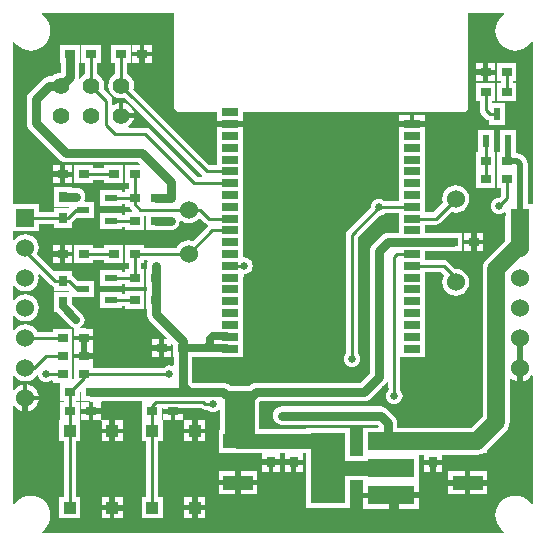
<source format=gtl>
%FSLAX25Y25*%
%MOIN*%
G70*
G01*
G75*
G04 Layer_Physical_Order=1*
G04 Layer_Color=255*
%ADD10R,0.03500X0.03000*%
%ADD11R,0.02362X0.04299*%
%ADD12R,0.03000X0.03500*%
%ADD13R,0.04299X0.02362*%
%ADD14R,0.09843X0.04724*%
%ADD15R,0.11811X0.23622*%
%ADD16R,0.15748X0.06000*%
%ADD17R,0.03937X0.03937*%
%ADD18R,0.03937X0.03937*%
%ADD19R,0.05709X0.02756*%
%ADD20C,0.03000*%
%ADD21C,0.01000*%
%ADD22C,0.05000*%
%ADD23C,0.02500*%
%ADD24C,0.02000*%
%ADD25C,0.06000*%
%ADD26R,0.10000X0.16933*%
%ADD27C,0.05512*%
%ADD28C,0.06000*%
%ADD29R,0.06000X0.06000*%
%ADD30C,0.02500*%
G36*
X171750Y52560D02*
X172175Y52616D01*
X173269Y53069D01*
X174209Y53790D01*
X174755Y54501D01*
X175228Y54340D01*
Y11637D01*
X174743Y11515D01*
X174742Y11516D01*
X173927Y12510D01*
X172934Y13325D01*
X171800Y13931D01*
X170570Y14304D01*
X169291Y14430D01*
X168012Y14304D01*
X166782Y13931D01*
X165649Y13325D01*
X164656Y12510D01*
X163840Y11516D01*
X163234Y10383D01*
X162861Y9153D01*
X162735Y7874D01*
X162861Y6595D01*
X163234Y5365D01*
X163840Y4232D01*
X164656Y3238D01*
X165649Y2423D01*
X165650Y2422D01*
X165529Y1937D01*
X11637D01*
X11515Y2422D01*
X11516Y2423D01*
X12510Y3238D01*
X13325Y4232D01*
X13931Y5365D01*
X14304Y6595D01*
X14430Y7874D01*
X14304Y9153D01*
X13931Y10383D01*
X13325Y11516D01*
X12510Y12510D01*
X11516Y13325D01*
X10383Y13931D01*
X9153Y14304D01*
X7874Y14430D01*
X6595Y14304D01*
X5365Y13931D01*
X4232Y13325D01*
X3238Y12510D01*
X2423Y11516D01*
X2422Y11515D01*
X1937Y11637D01*
Y44125D01*
X2411Y44286D01*
X2791Y43791D01*
X3731Y43069D01*
X4825Y42616D01*
X5250Y42560D01*
Y46999D01*
Y51440D01*
X4825Y51384D01*
X3731Y50931D01*
X2791Y50209D01*
X2411Y49714D01*
X1937Y49875D01*
Y54125D01*
X2411Y54286D01*
X2791Y53790D01*
X3731Y53069D01*
X4825Y52616D01*
X6000Y52461D01*
X7175Y52616D01*
X8269Y53069D01*
X9210Y53790D01*
X9816Y54580D01*
X10299Y54451D01*
X10321Y54282D01*
X10598Y53613D01*
X11039Y53039D01*
X11613Y52598D01*
X12282Y52321D01*
X13000Y52226D01*
X13718Y52321D01*
X14387Y52598D01*
X14802Y52916D01*
X15250Y52695D01*
Y52000D01*
X17750D01*
Y46000D01*
X18788D01*
Y45500D01*
X17750D01*
Y39500D01*
X17718Y39469D01*
X17358D01*
Y32531D01*
X18788D01*
Y13878D01*
X17358D01*
Y6941D01*
X24295D01*
Y13878D01*
X22866D01*
Y32531D01*
X24295D01*
Y39469D01*
X24250D01*
Y39500D01*
X24250D01*
Y45500D01*
X22866D01*
Y46000D01*
X24250D01*
Y48970D01*
X24666Y49248D01*
X24750Y49213D01*
Y46000D01*
X27446D01*
X27788Y45635D01*
X27788Y45641D01*
X27788Y45635D01*
D01*
X27779Y45500D01*
X28750D01*
Y43250D01*
X31250D01*
Y45500D01*
X31250D01*
Y45621D01*
X31604Y45974D01*
X45050D01*
Y45500D01*
X45050D01*
Y39500D01*
X45019Y39469D01*
X44858D01*
Y32531D01*
X46288D01*
Y13878D01*
X44858D01*
Y6941D01*
X51795D01*
Y13878D01*
X50366D01*
Y32531D01*
X51795D01*
Y39469D01*
X51550D01*
Y39500D01*
X51550D01*
Y43661D01*
X52050D01*
Y43250D01*
X58550D01*
Y43661D01*
X64455D01*
X64558Y43558D01*
X64558Y43558D01*
X64558Y43558D01*
X64558Y43558D01*
Y43558D01*
X65220Y43116D01*
X66000Y42961D01*
X66640D01*
X67113Y42598D01*
X67782Y42321D01*
X68500Y42226D01*
X69218Y42321D01*
X69887Y42598D01*
X70461Y43039D01*
X70497Y43085D01*
X70971Y42925D01*
Y36362D01*
X70579D01*
Y28638D01*
X75872D01*
X75956Y28603D01*
X77000Y28466D01*
X85000D01*
Y26250D01*
X91000D01*
Y28466D01*
X92500D01*
Y26250D01*
X98500D01*
Y28466D01*
X99594D01*
Y10189D01*
X114406D01*
Y19466D01*
X118626D01*
Y19000D01*
Y15250D01*
X137374D01*
Y19000D01*
Y27961D01*
X139000D01*
Y26250D01*
X145000D01*
Y27961D01*
X156500D01*
X157675Y28116D01*
X158316Y28381D01*
X158769Y28569D01*
X158859Y28638D01*
X159921D01*
Y29502D01*
X166209Y35791D01*
Y35791D01*
X166209Y35791D01*
Y35791D01*
X166209D01*
Y35791D01*
X166209D01*
Y35791D01*
Y35791D01*
X166209D01*
X166209Y35791D01*
X166931Y36731D01*
X167384Y37825D01*
X167539Y39000D01*
Y53418D01*
X167987Y53640D01*
X168731Y53069D01*
X169825Y52616D01*
X170250Y52560D01*
Y57001D01*
X171750D01*
Y52560D01*
D02*
G37*
G36*
X165650Y174743D02*
X165649Y174742D01*
X164656Y173927D01*
X163840Y172934D01*
X163234Y171800D01*
X162861Y170570D01*
X162735Y169291D01*
X162861Y168012D01*
X163234Y166782D01*
X163840Y165649D01*
X164656Y164656D01*
X165649Y163840D01*
X166782Y163234D01*
X168012Y162861D01*
X169291Y162735D01*
X170570Y162861D01*
X171800Y163234D01*
X172934Y163840D01*
X173927Y164656D01*
X174742Y165649D01*
X174743Y165650D01*
X175228Y165529D01*
Y111500D01*
X173549D01*
Y125000D01*
X173355Y125975D01*
X172802Y126802D01*
X172802Y126802D01*
X172802Y126802D01*
X172802D01*
X171802Y127802D01*
X170975Y128355D01*
X170000Y128549D01*
X169750D01*
Y129000D01*
X169661D01*
Y136150D01*
X164299D01*
Y129000D01*
X163250D01*
Y123000D01*
Y117000D01*
X164461D01*
Y114345D01*
X163873Y113757D01*
X163282Y113679D01*
X162613Y113402D01*
X162039Y112961D01*
X161598Y112387D01*
X161321Y111718D01*
X161226Y111000D01*
X161321Y110282D01*
X161598Y109613D01*
X162039Y109039D01*
X162613Y108598D01*
X163282Y108321D01*
X164000Y108226D01*
X164718Y108321D01*
X165387Y108598D01*
X165886Y108981D01*
X166282Y108676D01*
X166129Y108305D01*
X165957Y107000D01*
Y99376D01*
X159791Y93209D01*
X159069Y92269D01*
X158881Y91816D01*
X158616Y91175D01*
X158461Y90000D01*
X158461Y90000D01*
X158461D01*
X158461Y90000D01*
X158461D01*
Y40880D01*
X154620Y37039D01*
X130026D01*
Y38600D01*
X129923Y39383D01*
X129621Y40113D01*
X129140Y40740D01*
X129140Y40740D01*
X126640Y43240D01*
X126013Y43720D01*
X125283Y44023D01*
X124500Y44126D01*
X91500D01*
X90717Y44023D01*
X89987Y43720D01*
X89360Y43240D01*
X88880Y42613D01*
X88577Y41883D01*
X88474Y41100D01*
X88577Y40317D01*
X88880Y39587D01*
X89360Y38960D01*
X89987Y38480D01*
X90717Y38177D01*
X91500Y38074D01*
X123247D01*
X123859Y37462D01*
X123668Y37000D01*
X118626D01*
Y28000D01*
Y27534D01*
X114406D01*
Y36811D01*
X99594D01*
Y36535D01*
X84029D01*
Y45750D01*
X84253Y45974D01*
X119000D01*
X119783Y46077D01*
X120299Y46291D01*
X120513Y46380D01*
X121140Y46860D01*
X126140Y51860D01*
X126487Y52314D01*
X126961Y52153D01*
Y49460D01*
X126598Y48987D01*
X126321Y48318D01*
X126226Y47600D01*
X126321Y46882D01*
X126598Y46213D01*
X127039Y45639D01*
X127613Y45198D01*
X128282Y44921D01*
X129000Y44826D01*
X129718Y44921D01*
X130387Y45198D01*
X130961Y45639D01*
X131402Y46213D01*
X131679Y46882D01*
X131774Y47600D01*
X131679Y48318D01*
X131402Y48987D01*
X131039Y49460D01*
Y60555D01*
X139354D01*
Y64492D01*
Y68429D01*
Y72366D01*
Y76303D01*
Y80240D01*
Y84177D01*
Y88114D01*
Y88953D01*
X144663D01*
X145690Y87926D01*
X145569Y87769D01*
X145116Y86675D01*
X144961Y85500D01*
X145116Y84325D01*
X145569Y83231D01*
X146291Y82291D01*
X147231Y81569D01*
X148325Y81116D01*
X149500Y80961D01*
X150675Y81116D01*
X151769Y81569D01*
X152709Y82291D01*
X153431Y83231D01*
X153884Y84325D01*
X154039Y85500D01*
X153884Y86675D01*
X153431Y87769D01*
X152709Y88709D01*
X151769Y89431D01*
X150675Y89884D01*
X149500Y90039D01*
X149363Y90021D01*
X146950Y92434D01*
X146288Y92876D01*
X145508Y93031D01*
X139354D01*
Y93870D01*
Y95907D01*
X148500D01*
X148697Y95933D01*
X151750D01*
Y101933D01*
X148697D01*
X148500Y101959D01*
X139354D01*
Y103862D01*
Y104701D01*
X142940D01*
X143720Y104856D01*
X144382Y105298D01*
Y105298D01*
X144382D01*
Y105298D01*
Y105298D01*
Y105298D01*
X144382D01*
X148095Y109011D01*
X148325Y108916D01*
X149495Y108762D01*
X149500Y108761D01*
X149505Y108762D01*
X150675Y108916D01*
X151769Y109369D01*
X152709Y110091D01*
X153431Y111031D01*
X153884Y112125D01*
X154039Y113300D01*
X153884Y114475D01*
X153431Y115569D01*
X152709Y116509D01*
X151769Y117231D01*
X150675Y117684D01*
X149500Y117839D01*
X148325Y117684D01*
X147231Y117231D01*
X146291Y116509D01*
X145569Y115569D01*
X145116Y114475D01*
X144961Y113300D01*
X145116Y112125D01*
X145211Y111895D01*
X142095Y108779D01*
X139354D01*
Y109618D01*
Y111736D01*
Y115673D01*
Y119610D01*
Y123547D01*
Y127484D01*
Y131421D01*
Y135358D01*
Y137486D01*
X130646D01*
Y135358D01*
Y131421D01*
Y127484D01*
Y123547D01*
Y119610D01*
Y115673D01*
Y112716D01*
X125629D01*
X125387Y112902D01*
X124718Y113179D01*
X124000Y113274D01*
X123282Y113179D01*
X122613Y112902D01*
X122039Y112461D01*
X121598Y111887D01*
X121321Y111218D01*
X121243Y110627D01*
X113458Y102842D01*
X113016Y102180D01*
X112861Y101400D01*
Y61793D01*
X112498Y61320D01*
X112221Y60651D01*
X112126Y59933D01*
X112221Y59215D01*
X112498Y58546D01*
X112939Y57972D01*
X113513Y57531D01*
X114182Y57254D01*
X114900Y57159D01*
X115618Y57254D01*
X116287Y57531D01*
X116861Y57972D01*
X117302Y58546D01*
X117579Y59215D01*
X117674Y59933D01*
X117579Y60651D01*
X117302Y61320D01*
X116939Y61793D01*
Y100555D01*
X124127Y107743D01*
X124718Y107821D01*
X125387Y108098D01*
X125961Y108539D01*
X126038Y108638D01*
X130646D01*
Y107799D01*
Y103862D01*
Y101959D01*
X126933D01*
X126933Y101959D01*
X126241Y101868D01*
X126150Y101856D01*
X125420Y101554D01*
X124793Y101073D01*
X121860Y98140D01*
X121379Y97513D01*
X121291Y97299D01*
X121077Y96783D01*
X120974Y96000D01*
Y55253D01*
X117747Y52026D01*
X83000D01*
X82217Y51923D01*
X81701Y51709D01*
X81487Y51621D01*
X80860Y51140D01*
X80683Y50963D01*
X74317D01*
X74140Y51140D01*
X73513Y51621D01*
X73299Y51709D01*
X72783Y51923D01*
X72000Y52026D01*
X61753D01*
X61526Y52253D01*
Y60500D01*
X61750D01*
Y60726D01*
X70016D01*
Y60555D01*
X78724D01*
Y64492D01*
Y68429D01*
Y72366D01*
Y76303D01*
Y80240D01*
Y84177D01*
Y85881D01*
X79041Y88285D01*
X79759Y88380D01*
X80428Y88657D01*
X81002Y89098D01*
X81443Y89672D01*
X81720Y90341D01*
X81815Y91059D01*
X81720Y91777D01*
X81443Y92446D01*
X81002Y93020D01*
X80428Y93461D01*
X79759Y93738D01*
X79041Y93833D01*
X78724Y94110D01*
Y95988D01*
Y99925D01*
Y103862D01*
Y107799D01*
Y111736D01*
Y115673D01*
Y119610D01*
Y123547D01*
Y127484D01*
Y131421D01*
Y135358D01*
Y137486D01*
X70016D01*
Y135358D01*
Y131421D01*
Y127484D01*
Y125366D01*
Y124594D01*
X67390D01*
X42102Y149882D01*
X42146Y149989D01*
X42293Y151100D01*
X42146Y152211D01*
X41717Y153246D01*
X41035Y154135D01*
X40146Y154817D01*
X40039Y154862D01*
Y158600D01*
X41250D01*
Y164600D01*
X34750D01*
Y158600D01*
X35961D01*
Y154862D01*
X35854Y154817D01*
X34965Y154135D01*
X34282Y153246D01*
X33854Y152211D01*
X33707Y151100D01*
X33854Y149989D01*
X34282Y148954D01*
X34965Y148065D01*
X35854Y147382D01*
X36889Y146954D01*
X38000Y146807D01*
X39111Y146954D01*
X39218Y146998D01*
X65097Y121119D01*
X65080Y121080D01*
X64798Y120657D01*
X63226D01*
X47442Y136442D01*
X46780Y136884D01*
X46000Y137039D01*
X40477D01*
X40316Y137513D01*
X41035Y138065D01*
X41717Y138954D01*
X42146Y139989D01*
X42194Y140350D01*
X37999D01*
Y141099D01*
X37250D01*
Y145294D01*
X36889Y145246D01*
X35854Y144817D01*
X35488Y144537D01*
X35039Y144758D01*
Y146100D01*
X34884Y146880D01*
X34442Y147542D01*
X32102Y149882D01*
X32146Y149989D01*
X32293Y151100D01*
X32146Y152211D01*
X31718Y153246D01*
X31035Y154135D01*
X30146Y154817D01*
X30039Y154862D01*
Y158600D01*
X31250D01*
Y164600D01*
X24750D01*
Y158600D01*
X25961D01*
Y154862D01*
X25854Y154817D01*
X24965Y154135D01*
X24425Y153432D01*
X23963Y153623D01*
X24026Y154100D01*
Y158600D01*
X24250D01*
Y164600D01*
X21197D01*
X21000Y164626D01*
X20803Y164600D01*
X17750D01*
Y158600D01*
X17974D01*
Y155389D01*
X16889Y155246D01*
X15854Y154817D01*
X14965Y154135D01*
X14957Y154126D01*
X14000D01*
X13217Y154023D01*
X12487Y153720D01*
X11860Y153240D01*
X7360Y148740D01*
X6880Y148113D01*
X6577Y147383D01*
X6474Y146600D01*
Y138600D01*
X6474Y138600D01*
X6474D01*
X6577Y137817D01*
X6880Y137087D01*
X7360Y136460D01*
X17460Y126360D01*
X18087Y125880D01*
X18817Y125577D01*
X18908Y125565D01*
X19600Y125474D01*
X19600Y125474D01*
X43747D01*
X44259Y124962D01*
X44067Y124500D01*
X39250D01*
Y118500D01*
X40461D01*
Y116500D01*
X39250D01*
Y115539D01*
X38150D01*
Y116161D01*
X30850D01*
Y110799D01*
X38150D01*
Y111461D01*
X39250D01*
Y110500D01*
X40830D01*
X41017Y110220D01*
X41058Y110158D01*
X41754Y109462D01*
X41563Y109000D01*
X39250D01*
Y108039D01*
X38150D01*
Y108681D01*
X30850D01*
Y103319D01*
X38150D01*
Y103961D01*
X39250D01*
Y103000D01*
X45750D01*
Y107661D01*
X46250D01*
Y103000D01*
X49303D01*
X49500Y102974D01*
X54500D01*
X55283Y103077D01*
X56013Y103379D01*
X56640Y103860D01*
X57121Y104487D01*
X57423Y105217D01*
X57498Y105786D01*
X57960Y105977D01*
X58231Y105769D01*
X59325Y105316D01*
X60500Y105161D01*
X61675Y105316D01*
X62769Y105769D01*
X63709Y106491D01*
X63876Y106708D01*
X64375Y106741D01*
X65818Y105298D01*
X66479Y104856D01*
X66578Y104837D01*
X66928Y104312D01*
X61905Y99289D01*
X61675Y99384D01*
X60500Y99539D01*
X59325Y99384D01*
X58231Y98931D01*
X57291Y98209D01*
X56569Y97269D01*
X56474Y97039D01*
X45750D01*
Y98000D01*
X39250D01*
Y92000D01*
X40461D01*
Y90000D01*
X39250D01*
Y89039D01*
X38150D01*
Y89661D01*
X30850D01*
Y84299D01*
X38150D01*
Y84961D01*
X39250D01*
Y84000D01*
X45750D01*
Y90000D01*
X44539D01*
Y92000D01*
X45750D01*
Y92961D01*
X46659D01*
X46880Y92513D01*
X46577Y91783D01*
X46474Y91000D01*
Y90000D01*
X46250D01*
Y84000D01*
X46474D01*
Y82500D01*
X46250D01*
Y76500D01*
X46474D01*
Y75100D01*
X46577Y74317D01*
X46791Y73801D01*
X46880Y73587D01*
X47360Y72960D01*
X53359Y66962D01*
X53167Y66500D01*
X52250D01*
Y64250D01*
X54750D01*
Y64917D01*
X54834Y64952D01*
X55250Y64675D01*
Y60500D01*
X55474D01*
Y57816D01*
X55058Y57538D01*
X54718Y57679D01*
X54000Y57774D01*
X53282Y57679D01*
X52613Y57402D01*
X52140Y57039D01*
X28750D01*
Y58000D01*
Y60250D01*
X22250D01*
Y58000D01*
Y53530D01*
X21834Y53252D01*
X21750Y53287D01*
Y58000D01*
Y64000D01*
X21750Y64000D01*
Y64000D01*
X21750D01*
Y70000D01*
X15250D01*
Y69039D01*
X10026D01*
X9931Y69269D01*
X9210Y70209D01*
X8269Y70931D01*
X7175Y71384D01*
X6000Y71539D01*
X4825Y71384D01*
X3731Y70931D01*
X2791Y70209D01*
X2411Y69714D01*
X1937Y69875D01*
Y74125D01*
X2411Y74286D01*
X2791Y73791D01*
X3731Y73069D01*
X4825Y72616D01*
X6000Y72461D01*
X7175Y72616D01*
X8269Y73069D01*
X9210Y73791D01*
X9931Y74731D01*
X10384Y75825D01*
X10539Y77000D01*
X10384Y78175D01*
X9931Y79269D01*
X9210Y80209D01*
X8269Y80931D01*
X7175Y81384D01*
X6000Y81539D01*
X4825Y81384D01*
X3731Y80931D01*
X2791Y80209D01*
X2411Y79714D01*
X1937Y79875D01*
Y84125D01*
X2411Y84286D01*
X2791Y83790D01*
X3731Y83069D01*
X4825Y82616D01*
X6000Y82461D01*
X7175Y82616D01*
X8269Y83069D01*
X9210Y83790D01*
X9931Y84731D01*
X10384Y85825D01*
X10539Y87000D01*
X10401Y88045D01*
X10850Y88266D01*
X14558Y84558D01*
X15220Y84116D01*
X15500Y84060D01*
Y82750D01*
X20470D01*
X20748Y82334D01*
X20713Y82250D01*
X15500D01*
Y75750D01*
X16377D01*
X16539Y75539D01*
X21039Y71039D01*
X21613Y70598D01*
X22282Y70321D01*
X22282Y70321D01*
X22282Y70321D01*
X22292Y70319D01*
X22250Y70000D01*
X22250Y69946D01*
X22250D01*
X22250Y69946D01*
Y67750D01*
X28750D01*
Y70000D01*
X28750D01*
X24180Y70227D01*
X24127Y70490D01*
X24387Y70598D01*
X24961Y71039D01*
X25402Y71613D01*
X25517Y71890D01*
X25679Y72282D01*
X25774Y73000D01*
X25679Y73718D01*
X25402Y74387D01*
X24961Y74961D01*
X21500Y78423D01*
Y80559D01*
X21764D01*
Y80559D01*
X29063D01*
Y85921D01*
X23463D01*
X21942Y87442D01*
X21500Y87737D01*
Y89250D01*
X15634D01*
X9996Y94888D01*
X10384Y95825D01*
X10539Y97000D01*
X10384Y98175D01*
X9931Y99269D01*
X9210Y100209D01*
X8269Y100931D01*
X7175Y101384D01*
X6000Y101539D01*
X4825Y101384D01*
X3731Y100931D01*
X2791Y100209D01*
X2411Y99714D01*
X1937Y99875D01*
Y102500D01*
X10500D01*
Y104961D01*
X15500D01*
Y103750D01*
X21500D01*
Y105463D01*
X21642Y105558D01*
X23143Y107059D01*
X29063D01*
Y112421D01*
X26043D01*
X25765Y112837D01*
X25923Y113217D01*
X26026Y114000D01*
X25923Y114783D01*
X25620Y115513D01*
X25140Y116140D01*
X24513Y116621D01*
X23783Y116923D01*
X23000Y117026D01*
X21500D01*
Y117250D01*
X15500D01*
Y114197D01*
X15474Y114000D01*
X15500Y113803D01*
Y110750D01*
X20413D01*
X20448Y110666D01*
X20170Y110250D01*
X15500D01*
Y109039D01*
X10500D01*
Y111500D01*
X1937D01*
Y165529D01*
X2422Y165650D01*
X2423Y165649D01*
X3238Y164656D01*
X4232Y163840D01*
X5365Y163234D01*
X6595Y162861D01*
X7874Y162735D01*
X9153Y162861D01*
X10383Y163234D01*
X11516Y163840D01*
X12510Y164656D01*
X13325Y165649D01*
X13931Y166782D01*
X14304Y168012D01*
X14430Y169291D01*
X14304Y170570D01*
X13931Y171800D01*
X13325Y172934D01*
X12510Y173927D01*
X11516Y174742D01*
X11515Y174743D01*
X11637Y175228D01*
X55606D01*
Y144000D01*
X55745Y143298D01*
X56143Y142702D01*
X56739Y142304D01*
X57441Y142165D01*
X70016D01*
Y139295D01*
Y138986D01*
X78724D01*
Y139295D01*
Y142165D01*
X151929D01*
X152631Y142304D01*
X153227Y142702D01*
X153625Y143298D01*
X153764Y144000D01*
X153764D01*
Y144000D01*
X153764D01*
Y144000D01*
Y144000D01*
X153764D01*
X153764Y144000D01*
Y175228D01*
X165529D01*
X165650Y174743D01*
D02*
G37*
%LPC*%
G36*
X145000Y24750D02*
X142750D01*
Y22250D01*
X145000D01*
Y24750D01*
D02*
G37*
G36*
X38469Y35250D02*
X35750D01*
Y32531D01*
X38469D01*
Y35250D01*
D02*
G37*
G36*
X34250D02*
X31532D01*
Y32531D01*
X34250D01*
Y35250D01*
D02*
G37*
G36*
X141250Y24750D02*
X139000D01*
Y22250D01*
X141250D01*
Y24750D01*
D02*
G37*
G36*
X91000D02*
X88750D01*
Y22250D01*
X91000D01*
Y24750D01*
D02*
G37*
G36*
X87250D02*
X85000D01*
Y22250D01*
X87250D01*
Y24750D01*
D02*
G37*
G36*
X98500D02*
X96250D01*
Y22250D01*
X98500D01*
Y24750D01*
D02*
G37*
G36*
X94750D02*
X92500D01*
Y22250D01*
X94750D01*
Y24750D01*
D02*
G37*
G36*
X27250Y41750D02*
X24750D01*
Y39500D01*
X27250D01*
Y41750D01*
D02*
G37*
G36*
X65969Y39469D02*
X63250D01*
Y36750D01*
X65969D01*
Y39469D01*
D02*
G37*
G36*
X58550Y41750D02*
X56050D01*
Y39500D01*
X58550D01*
Y41750D01*
D02*
G37*
G36*
X54550D02*
X52050D01*
Y39500D01*
X54550D01*
Y41750D01*
D02*
G37*
G36*
X61750Y39469D02*
X59031D01*
Y36750D01*
X61750D01*
Y39469D01*
D02*
G37*
G36*
X65969Y35250D02*
X63250D01*
Y32531D01*
X65969D01*
Y35250D01*
D02*
G37*
G36*
X61750D02*
X59031D01*
Y32531D01*
X61750D01*
Y35250D01*
D02*
G37*
G36*
X38469Y39469D02*
X35750D01*
Y36750D01*
X38469D01*
Y39469D01*
D02*
G37*
G36*
X31250Y41750D02*
X28750D01*
Y39500D01*
X31178D01*
X31214Y39464D01*
Y39464D01*
X31320Y39358D01*
X31370Y39307D01*
Y39307D01*
X31532Y39146D01*
D01*
Y36750D01*
X34250D01*
Y39469D01*
X31854D01*
D01*
X31532Y39469D01*
Y39469D01*
D01*
X31532D01*
X31532D01*
X31250Y39500D01*
X31250Y39572D01*
D01*
Y41750D01*
D02*
G37*
G36*
X34250Y13878D02*
X31532D01*
Y11159D01*
X34250D01*
Y13878D01*
D02*
G37*
G36*
X137374Y13750D02*
X128750D01*
Y10000D01*
X137374D01*
Y13750D01*
D02*
G37*
G36*
X61750Y13878D02*
X59031D01*
Y11159D01*
X61750D01*
Y13878D01*
D02*
G37*
G36*
X38469D02*
X35750D01*
Y11159D01*
X38469D01*
Y13878D01*
D02*
G37*
G36*
X127250Y13750D02*
X118626D01*
Y10000D01*
X127250D01*
Y13750D01*
D02*
G37*
G36*
X38469Y9659D02*
X35750D01*
Y6941D01*
X38469D01*
Y9659D01*
D02*
G37*
G36*
X34250D02*
X31532D01*
Y6941D01*
X34250D01*
Y9659D01*
D02*
G37*
G36*
X65969D02*
X63250D01*
Y6941D01*
X65969D01*
Y9659D01*
D02*
G37*
G36*
X61750D02*
X59031D01*
Y6941D01*
X61750D01*
Y9659D01*
D02*
G37*
G36*
X83421Y22583D02*
X77750D01*
Y19470D01*
X83421D01*
Y22583D01*
D02*
G37*
G36*
X76250D02*
X70579D01*
Y19470D01*
X76250D01*
Y22583D01*
D02*
G37*
G36*
X159921D02*
X154250D01*
Y19470D01*
X159921D01*
Y22583D01*
D02*
G37*
G36*
X152750D02*
X147079D01*
Y19470D01*
X152750D01*
Y22583D01*
D02*
G37*
G36*
X159921Y17970D02*
X154250D01*
Y14858D01*
X159921D01*
Y17970D01*
D02*
G37*
G36*
X76250D02*
X70579D01*
Y14858D01*
X76250D01*
Y17970D01*
D02*
G37*
G36*
X65969Y13878D02*
X63250D01*
Y11159D01*
X65969D01*
Y13878D01*
D02*
G37*
G36*
X152750Y17970D02*
X147079D01*
Y14858D01*
X152750D01*
Y17970D01*
D02*
G37*
G36*
X83421D02*
X77750D01*
Y14858D01*
X83421D01*
Y17970D01*
D02*
G37*
G36*
X10440Y46250D02*
X6750D01*
Y42560D01*
X7175Y42616D01*
X8269Y43069D01*
X9210Y43791D01*
X9931Y44731D01*
X10384Y45825D01*
X10440Y46250D01*
D02*
G37*
G36*
X134250Y141114D02*
X130646D01*
Y138986D01*
X134250D01*
Y141114D01*
D02*
G37*
G36*
X162750Y152000D02*
X156250D01*
Y146000D01*
X157461D01*
Y142933D01*
X157616Y142153D01*
X158058Y141491D01*
X159405Y140145D01*
X160066Y139703D01*
X160559Y139605D01*
Y137937D01*
X165921D01*
Y145236D01*
X161539D01*
Y146000D01*
X162750D01*
Y152000D01*
D02*
G37*
G36*
X38750Y145294D02*
Y141850D01*
X42194D01*
X42146Y142211D01*
X41717Y143246D01*
X41035Y144135D01*
X40146Y144817D01*
X39111Y145246D01*
X38750Y145294D01*
D02*
G37*
G36*
X139354Y141114D02*
X135750D01*
Y138986D01*
X139354D01*
Y141114D01*
D02*
G37*
G36*
X17750Y124500D02*
X15250D01*
Y122250D01*
X17750D01*
Y124500D01*
D02*
G37*
G36*
X21750Y120750D02*
X19250D01*
Y118500D01*
X21750D01*
Y120750D01*
D02*
G37*
G36*
X38750Y124500D02*
X32250D01*
Y123539D01*
X28750D01*
Y124500D01*
X22250D01*
Y118500D01*
X28750D01*
Y119461D01*
X32250D01*
Y118500D01*
X38750D01*
Y124500D01*
D02*
G37*
G36*
X21750D02*
X19250D01*
Y122250D01*
X21750D01*
Y124500D01*
D02*
G37*
G36*
X169750Y158500D02*
X163250D01*
Y152500D01*
X164461D01*
Y152000D01*
X163250D01*
Y146000D01*
X169750D01*
Y152000D01*
X168539D01*
Y152500D01*
X169750D01*
Y158500D01*
D02*
G37*
G36*
X48250Y160850D02*
X45750D01*
Y158600D01*
X48250D01*
Y160850D01*
D02*
G37*
G36*
X44250D02*
X41750D01*
Y158600D01*
X44250D01*
Y160850D01*
D02*
G37*
G36*
X48250Y164600D02*
X45750D01*
Y162350D01*
X48250D01*
Y164600D01*
D02*
G37*
G36*
X44250D02*
X41750D01*
Y162350D01*
X44250D01*
Y164600D01*
D02*
G37*
G36*
X162750Y154750D02*
X160250D01*
Y152500D01*
X162750D01*
Y154750D01*
D02*
G37*
G36*
X158750D02*
X156250D01*
Y152500D01*
X158750D01*
Y154750D01*
D02*
G37*
G36*
X162750Y158500D02*
X160250D01*
Y156250D01*
X162750D01*
Y158500D01*
D02*
G37*
G36*
X158750D02*
X156250D01*
Y156250D01*
X158750D01*
Y158500D01*
D02*
G37*
G36*
X17750Y120750D02*
X15250D01*
Y118500D01*
X17750D01*
Y120750D01*
D02*
G37*
G36*
X50750Y66500D02*
X48250D01*
Y64250D01*
X50750D01*
Y66500D01*
D02*
G37*
G36*
X28750Y66250D02*
X22250D01*
Y64354D01*
X22250Y64354D01*
X22250D01*
X22250Y64000D01*
Y64000D01*
X22250D01*
X22250D01*
X22250Y64000D01*
X22250D01*
D01*
Y61750D01*
X28750D01*
Y63646D01*
X28750D01*
D01*
D01*
Y63646D01*
D01*
Y63774D01*
Y64000D01*
X28750D01*
D01*
D01*
Y64000D01*
D01*
D01*
D01*
Y64000D01*
D01*
D01*
D01*
D01*
D01*
D01*
X28750Y64250D01*
X28750Y64354D01*
X28750D01*
D01*
Y64354D01*
X28750D01*
D01*
Y66250D01*
D02*
G37*
G36*
X17750Y94250D02*
X15250D01*
Y92000D01*
X17750D01*
Y94250D01*
D02*
G37*
G36*
X45750Y82500D02*
X39250D01*
Y81539D01*
X38150D01*
Y82181D01*
X30850D01*
Y76819D01*
X38150D01*
Y77461D01*
X39250D01*
Y76500D01*
X45750D01*
Y82500D01*
D02*
G37*
G36*
X6750Y51440D02*
Y47750D01*
X10440D01*
X10384Y48175D01*
X9931Y49269D01*
X9210Y50209D01*
X8269Y50931D01*
X7175Y51384D01*
X6750Y51440D01*
D02*
G37*
G36*
X27250Y45500D02*
X24750D01*
Y43250D01*
X27250D01*
Y45500D01*
D02*
G37*
G36*
X54750Y62750D02*
X52250D01*
Y60500D01*
X54750D01*
Y62750D01*
D02*
G37*
G36*
X50750D02*
X48250D01*
Y60500D01*
X50750D01*
Y62750D01*
D02*
G37*
G36*
X21750Y94250D02*
X19250D01*
Y92000D01*
X21750D01*
Y94250D01*
D02*
G37*
G36*
X154750Y101933D02*
X152250D01*
Y99683D01*
X154750D01*
Y101933D01*
D02*
G37*
G36*
X38750Y98000D02*
X32250D01*
Y97039D01*
X28750D01*
Y98000D01*
X22250D01*
Y92000D01*
X28750D01*
Y92961D01*
X32250D01*
Y92000D01*
X38750D01*
Y98000D01*
D02*
G37*
G36*
X162181Y136150D02*
X156819D01*
Y129000D01*
X156250D01*
Y123000D01*
Y117000D01*
X162750D01*
Y123000D01*
Y129000D01*
X162181D01*
Y136150D01*
D02*
G37*
G36*
X158750Y101933D02*
X156250D01*
Y99683D01*
X158750D01*
Y101933D01*
D02*
G37*
G36*
X21750Y98000D02*
X19250D01*
Y95750D01*
X21750D01*
Y98000D01*
D02*
G37*
G36*
X17750D02*
X15250D01*
Y95750D01*
X17750D01*
Y98000D01*
D02*
G37*
G36*
X158750Y98183D02*
X156250D01*
Y95933D01*
X158750D01*
Y98183D01*
D02*
G37*
G36*
X154750D02*
X152250D01*
Y95933D01*
X154750D01*
Y98183D01*
D02*
G37*
%LPD*%
D10*
X159500Y155500D02*
D03*
X166500D02*
D03*
X159500Y126000D02*
D03*
X166500D02*
D03*
Y120000D02*
D03*
X159500D02*
D03*
X166500Y149000D02*
D03*
X159500D02*
D03*
X18500Y121500D02*
D03*
X25500D02*
D03*
X18500Y95000D02*
D03*
X25500D02*
D03*
X42500Y121500D02*
D03*
X35500D02*
D03*
X42500Y95000D02*
D03*
X35500D02*
D03*
X45000Y161600D02*
D03*
X38000D02*
D03*
X21000D02*
D03*
X28000D02*
D03*
X21000Y49000D02*
D03*
X28000D02*
D03*
X49500Y79500D02*
D03*
X42500D02*
D03*
X49500Y87000D02*
D03*
X42500D02*
D03*
X49500Y106000D02*
D03*
X42500D02*
D03*
X49500Y113500D02*
D03*
X42500D02*
D03*
X28000Y42500D02*
D03*
X21000D02*
D03*
X48300D02*
D03*
X55300D02*
D03*
X51500Y63500D02*
D03*
X58500D02*
D03*
X18500Y67000D02*
D03*
X25500D02*
D03*
X18500Y61000D02*
D03*
X25500D02*
D03*
X148500Y98933D02*
D03*
X155500D02*
D03*
X18500Y55000D02*
D03*
X25500D02*
D03*
D11*
X159500Y132500D02*
D03*
X166980D02*
D03*
X163240Y141587D02*
D03*
D12*
X88000Y25500D02*
D03*
Y32500D02*
D03*
X95500Y25500D02*
D03*
Y32500D02*
D03*
X142000Y25500D02*
D03*
Y32500D02*
D03*
X18500Y107000D02*
D03*
Y114000D02*
D03*
X18500Y86000D02*
D03*
Y79000D02*
D03*
D13*
X25413Y83240D02*
D03*
Y109740D02*
D03*
X34500Y79500D02*
D03*
Y86980D02*
D03*
Y106000D02*
D03*
Y113480D02*
D03*
D14*
X77000Y18721D02*
D03*
Y32500D02*
D03*
X153500Y18721D02*
D03*
Y32500D02*
D03*
D15*
X107000Y23500D02*
D03*
D16*
X128000D02*
D03*
Y32500D02*
D03*
Y14500D02*
D03*
D17*
X20827Y10409D02*
D03*
Y36000D02*
D03*
X48327Y10409D02*
D03*
Y36000D02*
D03*
D18*
X35000Y10409D02*
D03*
Y36000D02*
D03*
X62500Y10409D02*
D03*
Y36000D02*
D03*
D19*
X135000Y63433D02*
D03*
Y67370D02*
D03*
Y71307D02*
D03*
Y75244D02*
D03*
Y79181D02*
D03*
Y83118D02*
D03*
Y87055D02*
D03*
Y90992D02*
D03*
Y94929D02*
D03*
Y98866D02*
D03*
Y102803D02*
D03*
Y106740D02*
D03*
Y110677D02*
D03*
Y114614D02*
D03*
Y118551D02*
D03*
Y122488D02*
D03*
Y126425D02*
D03*
Y130362D02*
D03*
Y134299D02*
D03*
Y138236D02*
D03*
X74370D02*
D03*
Y134299D02*
D03*
Y130362D02*
D03*
Y126425D02*
D03*
Y122488D02*
D03*
Y118551D02*
D03*
Y114614D02*
D03*
Y110677D02*
D03*
Y106740D02*
D03*
Y102803D02*
D03*
Y98866D02*
D03*
Y94929D02*
D03*
Y90992D02*
D03*
Y87055D02*
D03*
Y83118D02*
D03*
Y79181D02*
D03*
Y75244D02*
D03*
Y71307D02*
D03*
Y67370D02*
D03*
Y63433D02*
D03*
Y142173D02*
D03*
D20*
X54500Y113500D02*
Y119000D01*
X9500Y138600D02*
X19600Y128500D01*
X18500Y114000D02*
X23000D01*
X21000Y154100D02*
Y161600D01*
X18000Y151100D02*
X21000Y154100D01*
X14000Y151100D02*
X18000D01*
X9500Y146600D02*
X14000Y151100D01*
X9500Y138600D02*
Y146600D01*
X49500Y106000D02*
X54500D01*
X49500Y113500D02*
X54500D01*
X49500Y75100D02*
X58500Y66100D01*
X45000Y128500D02*
X54500Y119000D01*
X19600Y128500D02*
X45000D01*
X124000Y54000D02*
Y96000D01*
X119000Y49000D02*
X124000Y54000D01*
Y96000D02*
X126933Y98933D01*
X78500Y44500D02*
X83000Y49000D01*
X119000D01*
X75500Y45500D02*
X76000D01*
X58500Y51000D02*
X60500Y49000D01*
X49500Y75100D02*
Y91000D01*
X72000Y49000D02*
X75500Y45500D01*
X58500Y51000D02*
Y66100D01*
X126933Y98933D02*
X148500D01*
X28000Y49000D02*
X72000D01*
X124500Y41100D02*
X127000Y38600D01*
Y33600D02*
Y38600D01*
X91500Y41100D02*
X124500D01*
D21*
X48300Y42500D02*
X48327Y42473D01*
X28000Y151100D02*
Y161600D01*
X34500Y106000D02*
X42500D01*
X25500Y121500D02*
X35500D01*
X18500Y107000D02*
X18500Y107000D01*
X6000Y107000D02*
X18500D01*
X18500Y107000D02*
X20200D01*
X22940Y109740D01*
X25413D01*
X34500Y113480D02*
X34520Y113500D01*
X42500D01*
Y111600D02*
X44400Y109700D01*
X42200Y95000D02*
X60500D01*
X68370Y102870D01*
X16000Y86000D02*
X20500D01*
X6000Y96000D02*
Y97000D01*
Y96000D02*
X16000Y86000D01*
X20500D02*
X23260Y83240D01*
X25413D01*
X34500Y79500D02*
X42500D01*
X34500Y86980D02*
X34520Y87000D01*
X42500D01*
Y95000D01*
X25500D02*
X35500D01*
X18500Y67000D02*
X18500Y67000D01*
X33500Y87080D02*
X33520Y87100D01*
X28000Y151100D02*
X33000Y146100D01*
Y138000D02*
X36000Y135000D01*
X46000D01*
X33000Y138000D02*
Y146100D01*
X46000Y135000D02*
X62382Y118618D01*
X159500Y120000D02*
Y132500D01*
X160846Y141587D02*
X163240D01*
X159500Y142933D02*
X160846Y141587D01*
X159500Y142933D02*
Y149000D01*
X166500D02*
Y155500D01*
X64300Y109700D02*
X67260Y106740D01*
X38000Y151100D02*
Y161600D01*
Y151100D02*
X66545Y122555D01*
X114900Y101400D02*
X124000Y110500D01*
X114900Y59933D02*
Y101400D01*
X149500Y110800D02*
Y113300D01*
X133500Y106740D02*
X142940D01*
X149500Y113300D01*
X145508Y90992D02*
X149500Y87000D01*
Y85500D02*
Y87000D01*
X133500Y90992D02*
X145508D01*
X166500Y113500D02*
Y120000D01*
X164000Y111000D02*
X166500Y113500D01*
X130000Y94996D02*
X133500D01*
X6000Y67000D02*
X18500D01*
X74303Y122555D02*
X74370Y122488D01*
X66545Y122555D02*
X74303D01*
Y118618D02*
X74370Y118551D01*
X62382Y118618D02*
X74303D01*
X44400Y109700D02*
X64300D01*
X42500Y111600D02*
Y121500D01*
X67260Y106740D02*
X74370D01*
X74303Y102870D02*
X74370Y102803D01*
X68370Y102870D02*
X74303D01*
X72870Y91059D02*
X79041D01*
X129000Y93996D02*
X130000Y94996D01*
X129000Y47600D02*
Y93996D01*
X6000Y57000D02*
X9000D01*
X13000Y61000D01*
X18500D01*
X13000Y55000D02*
X18500D01*
X20827Y10409D02*
Y48827D01*
X25500Y53500D02*
Y55000D01*
X20827Y48827D02*
X25500Y53500D01*
Y55000D02*
X54000D01*
X48327Y44327D02*
X49700Y45700D01*
X66000Y45000D02*
X68500D01*
X65300Y45700D02*
X66000Y45000D01*
X48327Y10409D02*
Y44327D01*
X49700Y45700D02*
X65300D01*
X124000Y110677D02*
X133500D01*
D22*
X104000Y32500D02*
X107000Y29500D01*
Y23500D02*
Y29500D01*
Y23500D02*
X128000D01*
X77000Y32500D02*
X104000D01*
X170000Y97000D02*
X171000D01*
D23*
X66500Y64000D02*
X67500Y65000D01*
Y66500D01*
X68437Y67437D01*
X66500Y63500D02*
Y64000D01*
X68437Y67437D02*
X72870D01*
X58500Y63500D02*
X72870D01*
X18500Y78500D02*
Y79000D01*
Y77500D02*
X23000Y73000D01*
X18500Y77500D02*
Y79000D01*
D24*
X166980Y126480D02*
Y132500D01*
X171000Y26000D02*
Y57000D01*
X163721Y18721D02*
X171000Y26000D01*
X142000Y19000D02*
Y25500D01*
X137500Y14500D02*
X142000Y19000D01*
X128000Y14500D02*
X137500D01*
X125500Y4500D02*
X129500Y8500D01*
X62500Y5500D02*
Y36000D01*
X129500Y8500D02*
Y13500D01*
X77000Y5000D02*
Y18721D01*
X62500Y36000D02*
Y40433D01*
X60433Y42500D02*
X62500Y40433D01*
X55300Y42500D02*
X60433D01*
X45000Y152500D02*
Y161600D01*
Y152500D02*
X59197Y138303D01*
X46500Y63500D02*
X51500D01*
X15500Y5500D02*
X16500Y4500D01*
X15500Y5500D02*
Y14500D01*
X39591Y10409D02*
X41000Y9000D01*
Y5500D02*
Y9000D01*
X35000Y10409D02*
Y36000D01*
X16500Y4500D02*
X125500D01*
X35000Y10409D02*
X39591D01*
X6000Y24000D02*
X15500Y14500D01*
X6000Y24000D02*
Y47000D01*
X12500Y121500D02*
X18500D01*
X12500Y95000D02*
X18500D01*
X170000Y126000D02*
X171000Y125000D01*
X166500Y126000D02*
X166980Y126480D01*
Y126000D02*
X170000D01*
X171000Y107000D02*
Y125000D01*
X155500Y104500D02*
X156500Y105500D01*
Y115000D01*
X77000Y18721D02*
Y25500D01*
X95500D01*
X153500Y118000D02*
X156500Y115000D01*
X155100Y155500D02*
X158000D01*
X59197Y138303D02*
X152697D01*
X25500Y61000D02*
X44000D01*
X25500Y62200D02*
Y67000D01*
X33500Y42500D02*
X35000Y41000D01*
Y38000D02*
Y41000D01*
X28000Y42500D02*
X33500D01*
X147500Y67500D02*
X151500D01*
X155500Y94800D02*
Y104500D01*
Y94800D02*
X156000Y94300D01*
X151500Y67500D02*
X156000Y72000D01*
Y94300D01*
X171000Y57751D02*
Y67000D01*
X142280Y18721D02*
X163721D01*
X44000Y61000D02*
X46500Y63500D01*
D25*
X171000Y97000D02*
Y107000D01*
X163000Y39000D02*
Y90000D01*
X170000Y97000D01*
X156500Y32500D02*
X163000Y39000D01*
X128000Y32500D02*
X156500D01*
D26*
X77500Y40966D02*
D03*
D27*
X18000Y141100D02*
D03*
X28000D02*
D03*
X38000Y151100D02*
D03*
X18000D02*
D03*
X38000Y141100D02*
D03*
X28000Y151100D02*
D03*
D28*
X171000Y97000D02*
D03*
X60500Y95000D02*
D03*
Y109700D02*
D03*
X149500Y85500D02*
D03*
Y113300D02*
D03*
X6000Y77000D02*
D03*
Y87000D02*
D03*
Y97000D02*
D03*
X171000Y57000D02*
D03*
Y67000D02*
D03*
Y87000D02*
D03*
X6000Y47000D02*
D03*
Y57000D02*
D03*
Y67000D02*
D03*
X171000Y77000D02*
D03*
D29*
Y107000D02*
D03*
X6000D02*
D03*
D30*
X68500Y45000D02*
D03*
X23000Y114000D02*
D03*
X23000Y73000D02*
D03*
X91500Y41000D02*
D03*
X54500Y113500D02*
D03*
Y106000D02*
D03*
X49500Y91000D02*
D03*
X79041Y91059D02*
D03*
X147500Y67500D02*
D03*
X46126Y63126D02*
D03*
X124000Y110500D02*
D03*
X114900Y59933D02*
D03*
X54000Y55000D02*
D03*
X129000Y47600D02*
D03*
X164000Y111000D02*
D03*
X12126Y121126D02*
D03*
Y94626D02*
D03*
X52500Y150000D02*
D03*
X65000Y140000D02*
D03*
X87500Y127500D02*
D03*
X107500D02*
D03*
X127500D02*
D03*
X107500Y97500D02*
D03*
X87500D02*
D03*
Y67500D02*
D03*
X107500D02*
D03*
X127500Y105000D02*
D03*
X147500Y57500D02*
D03*
Y47500D02*
D03*
X157500Y170000D02*
D03*
X47500D02*
D03*
X17500D02*
D03*
X7500Y17500D02*
D03*
X167500D02*
D03*
X155000Y7500D02*
D03*
X135000D02*
D03*
X115000D02*
D03*
X92500D02*
D03*
X67500D02*
D03*
X117500Y55000D02*
D03*
X13000D02*
D03*
X125900Y50100D02*
D03*
X66300Y129000D02*
D03*
M02*

</source>
